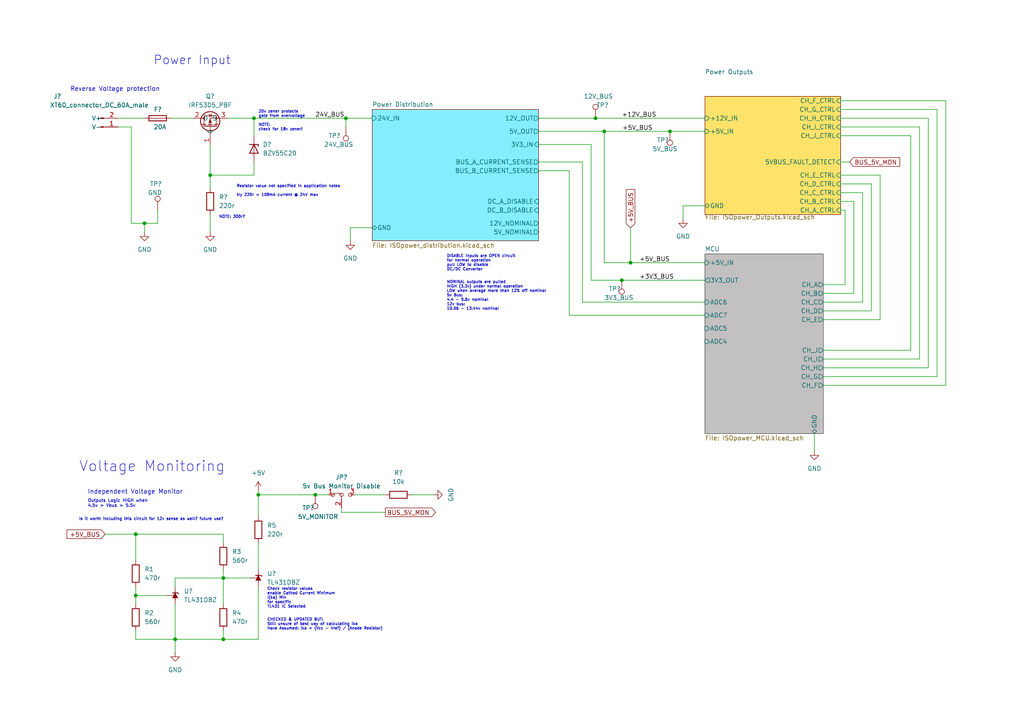
<source format=kicad_sch>
(kicad_sch (version 20211123) (generator eeschema)
  (paper "A4")
  (lib_symbols
    (symbol "000_Connectors_Immo:Jumper_3_Bridged12" (pin_names (offset 0) hide)
      (property "Reference" "JP" (at -2.54 -2.54 0))
      (property "Value" "Jumper_3_Bridged12" (at 0 2.794 0))
      (symbol "Jumper_3_Bridged12_0_0"
        (circle (center -2.54 0) (radius 0.508))
        (circle (center 0 0) (radius 0.508))
        (circle (center 2.54 0) (radius 0.508))
      )
      (symbol "Jumper_3_Bridged12_0_1"
        (arc (start 0 -0.0807) (mid -1.27 0.4699) (end -2.54 -0.0807))
        (polyline (pts (xy 0 -1.27) (xy 0 -0.508)))
      )
      (symbol "Jumper_3_Bridged12_1_1"
        (pin passive line (at -3.81 0 0) (length 1.27) (name "A") (number "1"))
        (pin input line (at 0 -3.81 90) (length 2.54) (name "C") (number "2"))
        (pin passive line (at 3.81 0 180) (length 1.27) (name "B") (number "3"))
      )
    )
    (symbol "000_Connectors_Immo:XT60_connector_DC_60A_male" (pin_names (offset 1.016))
      (property "Reference" "J?" (at 1.27 6.35 0))
      (property "Value" "XT60_connector_DC_60A_male" (at 8.89 -2.54 0))
      (symbol "XT60_connector_DC_60A_male_1_1"
        (polyline (pts (xy 1.27 -2.54) (xy 0.8636 -2.54)) (stroke (width 0.1524)))
        (polyline (pts (xy 1.27 0) (xy 0.8636 0)) (stroke (width 0.1524)))
        (rectangle (start 0.8636 -2.413) (end 0 -2.667) (stroke (width 0.1524)) (fill (type outline)))
        (rectangle (start 0.8636 0.127) (end 0 -0.127) (stroke (width 0.1524)) (fill (type outline)))
        (pin passive line (at 5.08 0 180) (length 3.81) (name "V-") (number "1"))
        (pin passive line (at 5.08 -2.54 180) (length 3.81) (name "V+") (number "2"))
      )
    )
    (symbol "000_MOSFET_Immo:IRF5305_PBF"
      (property "Reference" "Q?" (at 0 10.16 90))
      (property "Value" "IRF5305_PBF" (at 5.08 8.89 90))
      (symbol "IRF5305_PBF_0_1"
        (polyline (pts (xy 0.254 0) (xy -2.54 0)))
        (polyline (pts (xy 0.254 1.905) (xy 0.254 -1.905)) (stroke (width 0.254)))
        (polyline (pts (xy 0.762 -1.27) (xy 0.762 -2.286)) (stroke (width 0.254)))
        (polyline (pts (xy 0.762 0.508) (xy 0.762 -0.508)) (stroke (width 0.254)))
        (polyline (pts (xy 0.762 2.286) (xy 0.762 1.27)) (stroke (width 0.254)))
        (polyline (pts (xy 2.54 2.54) (xy 2.54 1.778)))
        (polyline (pts (xy 2.54 -2.54) (xy 2.54 0) (xy 0.762 0)))
        (polyline (pts (xy 0.762 1.778) (xy 3.302 1.778) (xy 3.302 -1.778) (xy 0.762 -1.778)))
        (polyline (pts (xy 2.286 0) (xy 1.27 0.381) (xy 1.27 -0.381) (xy 2.286 0)) (fill (type outline)))
        (polyline (pts (xy 2.794 -0.508) (xy 2.921 -0.381) (xy 3.683 -0.381) (xy 3.81 -0.254)))
        (polyline (pts (xy 3.302 -0.381) (xy 2.921 0.254) (xy 3.683 0.254) (xy 3.302 -0.381)))
        (circle (center 1.651 0) (radius 2.794) (stroke (width 0.254)))
        (circle (center 2.54 -1.778) (radius 0.254) (fill (type outline)))
        (circle (center 2.54 1.778) (radius 0.254) (fill (type outline)))
      )
      (symbol "IRF5305_PBF_1_1"
        (pin input line (at -5.08 0 0) (length 2.54) (name "G") (number "1"))
        (pin passive line (at 2.54 5.08 270) (length 2.54) (name "D") (number "2"))
        (pin passive line (at 2.54 -5.08 90) (length 2.54) (name "S") (number "3"))
      )
    )
    (symbol "000_Resistors_Immo:Resistor_0805" (pin_numbers hide) (pin_names (offset 0))
      (property "Reference" "R?" (at 2.54 1.2701 0))
      (property "Value" "Resistor_0805" (at 2.54 -1.2699 0))
      (symbol "Resistor_0805_0_1"
        (rectangle (start -1.016 -2.54) (end 1.016 2.54) (stroke (width 0.254)))
      )
      (symbol "Resistor_0805_1_1"
        (pin passive line (at 0 3.81 270) (length 1.27) (name "~") (number "1"))
        (pin passive line (at 0 -3.81 90) (length 1.27) (name "~") (number "2"))
      )
    )
    (symbol "000_protection_immo:Fuse" (pin_numbers hide) (pin_names (offset 0))
      (property "Reference" "F" (at 2.032 0 90))
      (property "Value" "Fuse" (at -1.905 0 90))
      (symbol "Fuse_0_1"
        (rectangle (start -0.762 -2.54) (end 0.762 2.54) (stroke (width 0.254)))
        (polyline (pts (xy 0 2.54) (xy 0 -2.54)))
      )
      (symbol "Fuse_1_1"
        (pin passive line (at 0 3.81 270) (length 1.27) (name "~") (number "1"))
        (pin passive line (at 0 -3.81 90) (length 1.27) (name "~") (number "2"))
      )
    )
    (symbol "Connector:TestPoint" (pin_numbers hide) (pin_names (offset 0.762) hide)
      (property "Reference" "TP" (at 0 6.858 0))
      (property "Value" "TestPoint" (at 0 5.08 0))
      (symbol "TestPoint_0_1"
        (circle (center 0 3.302) (radius 0.762))
      )
      (symbol "TestPoint_1_1"
        (pin passive line (at 0 0 90) (length 2.54) (name "1") (number "1"))
      )
    )
    (symbol "Diode:BZV55C20" (pin_numbers hide) (pin_names (offset 1.016) hide)
      (property "Reference" "D" (at 0 2.54 0))
      (property "Value" "BZV55C20" (at 0 -2.54 0))
      (symbol "BZV55C20_0_1"
        (polyline (pts (xy 1.27 0) (xy -1.27 0)))
        (polyline (pts (xy -1.27 -1.27) (xy -1.27 1.27) (xy -0.762 1.27)) (stroke (width 0.254)))
        (polyline (pts (xy 1.27 -1.27) (xy 1.27 1.27) (xy -1.27 0) (xy 1.27 -1.27)) (stroke (width 0.254)))
      )
      (symbol "BZV55C20_1_1"
        (pin passive line (at -3.81 0 0) (length 2.54) (name "K") (number "1"))
        (pin passive line (at 3.81 0 180) (length 2.54) (name "A") (number "2"))
      )
    )
    (symbol "Reference_Voltage:TL431DBZ" (pin_numbers hide) (pin_names hide)
      (property "Reference" "U" (at -2.54 2.54 0))
      (property "Value" "TL431DBZ" (at 0 -2.54 0))
      (symbol "TL431DBZ_0_1"
        (polyline (pts (xy -1.27 0) (xy 0 0) (xy 1.27 0)))
        (polyline (pts (xy -0.762 0.762) (xy 0.762 0) (xy -0.762 -0.762)) (fill (type outline)))
        (polyline (pts (xy 0.508 -1.016) (xy 0.762 -0.762) (xy 0.762 0.762) (xy 0.762 0.762)) (stroke (width 0.254)))
      )
      (symbol "TL431DBZ_1_1"
        (pin passive line (at 2.54 0 180) (length 2.54) (name "K") (number "1"))
        (pin passive line (at 0 2.54 270) (length 2.54) (name "REF") (number "2"))
        (pin passive line (at -2.54 0 0) (length 2.54) (name "A") (number "3"))
      )
    )
    (symbol "power:+5V" (power) (pin_names (offset 0))
      (property "Value" "+5V" (at 0 3.556 0))
      (symbol "+5V_0_1"
        (polyline (pts (xy -0.762 1.27) (xy 0 2.54)))
        (polyline (pts (xy 0 0) (xy 0 2.54)))
        (polyline (pts (xy 0 2.54) (xy 0.762 1.27)))
      )
      (symbol "+5V_1_1"
        (pin power_in line (at 0 0 90) (length 0) hide (name "+5V") (number "1"))
      )
    )
    (symbol "power:GND" (power) (pin_names (offset 0))
      (property "Value" "GND" (at 0 -3.81 0))
      (symbol "GND_0_1"
        (polyline (pts (xy 0 0) (xy 0 -1.27) (xy 1.27 -1.27) (xy 0 -2.54) (xy -1.27 -1.27) (xy 0 -1.27)))
      )
      (symbol "GND_1_1"
        (pin power_in line (at 0 0 270) (length 0) hide (name "GND") (number "1"))
      )
    )
  )
  (junction (at 182.88 76.2))
  (junction (at 91.44 143.51))
  (junction (at 39.37 154.94))
  (junction (at 41.91 64.77))
  (junction (at 74.93 143.51))
  (junction (at 100.33 34.29))
  (junction (at 175.26 38.1))
  (junction (at 172.72 34.29))
  (junction (at 50.8 185.42))
  (junction (at 39.37 172.72))
  (junction (at 180.34 81.28))
  (junction (at 60.96 50.8))
  (junction (at 194.31 38.1))
  (junction (at 64.77 185.42))
  (junction (at 73.66 34.29))
  (junction (at 64.77 167.64))
  (wire (pts (xy 238.76 109.22) (xy 271.78 109.22)))
  (wire (pts (xy 49.53 34.29) (xy 55.88 34.29)))
  (wire (pts (xy 252.73 90.17) (xy 252.73 53.34)))
  (wire (pts (xy 255.27 92.71) (xy 255.27 50.8)))
  (wire (pts (xy 204.47 76.2) (xy 182.88 76.2)))
  (wire (pts (xy 243.84 29.21) (xy 274.32 29.21)))
  (wire (pts (xy 198.12 63.5) (xy 198.12 59.69)))
  (wire (pts (xy 250.19 55.88) (xy 243.84 55.88)))
  (wire (pts (xy 238.76 92.71) (xy 255.27 92.71)))
  (wire (pts (xy 180.34 81.28) (xy 171.45 81.28)))
  (wire (pts (xy 194.31 38.1) (xy 204.47 38.1)))
  (wire (pts (xy 269.24 106.68) (xy 269.24 34.29)))
  (wire (pts (xy 156.21 49.53) (xy 165.1 49.53)))
  (wire (pts (xy 250.19 87.63) (xy 250.19 55.88)))
  (wire (pts (xy 165.1 49.53) (xy 165.1 91.44)))
  (wire (pts (xy 34.29 36.83) (xy 38.1 36.83)))
  (wire (pts (xy 73.66 46.99) (xy 73.66 50.8)))
  (wire (pts (xy 175.26 76.2) (xy 175.26 38.1)))
  (wire (pts (xy 101.6 66.04) (xy 107.95 66.04)))
  (wire (pts (xy 245.11 82.55) (xy 245.11 60.96)))
  (wire (pts (xy 247.65 85.09) (xy 247.65 58.42)))
  (wire (pts (xy 50.8 167.64) (xy 50.8 170.18)))
  (wire (pts (xy 74.93 143.51) (xy 91.44 143.51)))
  (wire (pts (xy 66.04 34.29) (xy 73.66 34.29)))
  (wire (pts (xy 101.6 69.85) (xy 101.6 66.04)))
  (wire (pts (xy 238.76 87.63) (xy 250.19 87.63)))
  (wire (pts (xy 100.33 34.29) (xy 100.33 36.83)))
  (wire (pts (xy 238.76 101.6) (xy 264.16 101.6)))
  (wire (pts (xy 60.96 62.23) (xy 60.96 67.31)))
  (wire (pts (xy 39.37 185.42) (xy 50.8 185.42)))
  (wire (pts (xy 243.84 46.99) (xy 246.38 46.99)))
  (wire (pts (xy 64.77 167.64) (xy 64.77 175.26)))
  (wire (pts (xy 171.45 81.28) (xy 171.45 41.91)))
  (wire (pts (xy 274.32 111.76) (xy 238.76 111.76)))
  (wire (pts (xy 74.93 142.24) (xy 74.93 143.51)))
  (wire (pts (xy 247.65 58.42) (xy 243.84 58.42)))
  (wire (pts (xy 243.84 60.96) (xy 245.11 60.96)))
  (wire (pts (xy 172.72 34.29) (xy 204.47 34.29)))
  (wire (pts (xy 50.8 185.42) (xy 50.8 189.23)))
  (wire (pts (xy 175.26 38.1) (xy 194.31 38.1)))
  (wire (pts (xy 74.93 157.48) (xy 74.93 165.1)))
  (wire (pts (xy 156.21 41.91) (xy 171.45 41.91)))
  (wire (pts (xy 60.96 50.8) (xy 60.96 54.61)))
  (wire (pts (xy 264.16 101.6) (xy 264.16 39.37)))
  (wire (pts (xy 39.37 154.94) (xy 39.37 162.56)))
  (wire (pts (xy 64.77 182.88) (xy 64.77 185.42)))
  (wire (pts (xy 74.93 143.51) (xy 74.93 149.86)))
  (wire (pts (xy 102.87 143.51) (xy 111.76 143.51)))
  (wire (pts (xy 39.37 172.72) (xy 39.37 175.26)))
  (wire (pts (xy 73.66 34.29) (xy 100.33 34.29)))
  (wire (pts (xy 266.7 36.83) (xy 243.84 36.83)))
  (wire (pts (xy 50.8 175.26) (xy 50.8 185.42)))
  (wire (pts (xy 266.7 104.14) (xy 266.7 36.83)))
  (wire (pts (xy 156.21 46.99) (xy 168.91 46.99)))
  (wire (pts (xy 38.1 36.83) (xy 38.1 64.77)))
  (wire (pts (xy 156.21 38.1) (xy 175.26 38.1)))
  (wire (pts (xy 39.37 182.88) (xy 39.37 185.42)))
  (wire (pts (xy 271.78 109.22) (xy 271.78 31.75)))
  (wire (pts (xy 156.21 34.29) (xy 172.72 34.29)))
  (wire (pts (xy 60.96 41.91) (xy 60.96 50.8)))
  (wire (pts (xy 99.06 148.59) (xy 99.06 147.32)))
  (wire (pts (xy 198.12 59.69) (xy 204.47 59.69)))
  (wire (pts (xy 45.72 60.96) (xy 45.72 64.77)))
  (wire (pts (xy 238.76 104.14) (xy 266.7 104.14)))
  (wire (pts (xy 45.72 64.77) (xy 41.91 64.77)))
  (wire (pts (xy 182.88 76.2) (xy 175.26 76.2)))
  (wire (pts (xy 64.77 157.48) (xy 64.77 154.94)))
  (wire (pts (xy 30.48 154.94) (xy 39.37 154.94)))
  (wire (pts (xy 182.88 66.04) (xy 182.88 76.2)))
  (wire (pts (xy 64.77 185.42) (xy 50.8 185.42)))
  (wire (pts (xy 39.37 172.72) (xy 48.26 172.72)))
  (wire (pts (xy 236.22 125.73) (xy 236.22 130.81)))
  (wire (pts (xy 255.27 50.8) (xy 243.84 50.8)))
  (wire (pts (xy 168.91 46.99) (xy 168.91 87.63)))
  (wire (pts (xy 64.77 167.64) (xy 50.8 167.64)))
  (wire (pts (xy 274.32 29.21) (xy 274.32 111.76)))
  (wire (pts (xy 243.84 34.29) (xy 269.24 34.29)))
  (wire (pts (xy 168.91 87.63) (xy 204.47 87.63)))
  (wire (pts (xy 64.77 167.64) (xy 72.39 167.64)))
  (wire (pts (xy 100.33 34.29) (xy 107.95 34.29)))
  (wire (pts (xy 91.44 143.51) (xy 95.25 143.51)))
  (wire (pts (xy 264.16 39.37) (xy 243.84 39.37)))
  (wire (pts (xy 165.1 91.44) (xy 204.47 91.44)))
  (wire (pts (xy 119.38 143.51) (xy 125.73 143.51)))
  (wire (pts (xy 73.66 50.8) (xy 60.96 50.8)))
  (wire (pts (xy 74.93 185.42) (xy 64.77 185.42)))
  (wire (pts (xy 39.37 170.18) (xy 39.37 172.72)))
  (wire (pts (xy 271.78 31.75) (xy 243.84 31.75)))
  (wire (pts (xy 41.91 64.77) (xy 38.1 64.77)))
  (wire (pts (xy 238.76 82.55) (xy 245.11 82.55)))
  (wire (pts (xy 252.73 90.17) (xy 238.76 90.17)))
  (wire (pts (xy 247.65 85.09) (xy 238.76 85.09)))
  (wire (pts (xy 73.66 34.29) (xy 73.66 39.37)))
  (wire (pts (xy 74.93 170.18) (xy 74.93 185.42)))
  (wire (pts (xy 238.76 106.68) (xy 269.24 106.68)))
  (wire (pts (xy 111.76 148.59) (xy 99.06 148.59)))
  (wire (pts (xy 64.77 165.1) (xy 64.77 167.64)))
  (wire (pts (xy 64.77 154.94) (xy 39.37 154.94)))
  (wire (pts (xy 252.73 53.34) (xy 243.84 53.34)))
  (wire (pts (xy 204.47 81.28) (xy 180.34 81.28)))
  (wire (pts (xy 41.91 64.77) (xy 41.91 67.31)))
  (wire (pts (xy 34.29 34.29) (xy 41.91 34.29)))
  (text "NOMINAL outputs are pulled\nHIGH (3.3v) under normal operation\nLOW when average more than 12% off nominal\n5v Bus:\n4.4 - 5.6v nominal\n12v bus:\n10.56 - 13.44v nominal\n\n\n" (at 129.54 92.71 0) (effects (font (size 0.8 0.8)) (justify left bottom)))
  (text "Resistor value not specified in application notes\n\ntry 220r = 108mA current @ 24V max" (at 68.58 57.15 0) (effects (font (size 0.8 0.8)) (justify left bottom)))
  (text "Reverse Voltage protection" (at 20.32 26.67 0) (effects (font (size 1.27 1.27)) (justify left bottom)))
  (text "Outputs Logic HIGH when\n4.5v > Vbus > 5.5v " (at 25.4 147.32 0) (effects (font (size 0.9 0.9)) (justify left bottom)))
  (text "Power Input" (at 44.45 19.05 0) (effects (font (size 2.5 2.5)) (justify left bottom)))
  (text "Is it worth including this circuit for 12v sense as well? future use?" (at 22.86 151.13 0) (effects (font (size 0.8 0.8)) (justify left bottom)))
  (text "Independent Voltage Monitor" (at 25.4 143.51 0) (effects (font (size 1.27 1.27)) (justify left bottom)))
  (text "Voltage Monitoring" (at 22.86 137.16 0) (effects (font (size 3 3)) (justify left bottom)))
  (text "DISABLE inputs are OPEN circuit \nfor normal operation\npull LOW to disable\nDC/DC Converter\n\n" (at 129.54 80.01 0) (effects (font (size 0.8 0.8)) (justify left bottom)))
  (text "Check resistor values\nenable Cathod Current Minimum\nI(ka) Min\nfor specific\nTL431 IC Selected" (at 77.47 176.53 0) (effects (font (size 0.8 0.8)) (justify left bottom)))
  (text "20v zener protects\ngate from overvoltage\n\nNOTE: \ncheck for 18v zener!" (at 74.93 38.1 0) (effects (font (size 0.8 0.8)) (justify left bottom)))
  (text "NOTE: 300r?\n " (at 63.5 64.77 0) (effects (font (size 0.8 0.8)) (justify left bottom)))
  (text "CHECKED & UPDATED BUT:\nStill unsure of best way of calculating Ika\nHave Assumed: Ika = (Vcc - Vref) / (Anode Resistor)" (at 77.47 182.88 0) (effects (font (size 0.8 0.8)) (justify left bottom)))
  (label "+12V_BUS" (at 180.34 34.29 0))
  (label "24V_BUS" (at 91.44 34.29 0))
  (label "+5V_BUS" (at 180.4597 38.1 0))
  (label "+5V_BUS" (at 185.42 76.2 0))
  (label "+3V3_BUS" (at 185.42 81.28 0))
  (global_label "BUS_5V_MON" (shape input) (at 246.38 46.99 0) (property "Intersheet References" "${INTERSHEET_REFS}" (effects hide)))
  (global_label "BUS_5V_MON" (shape output) (at 111.76 148.59 0) (property "Intersheet References" "${INTERSHEET_REFS}" (effects hide)))
  (global_label "+5V_BUS" (shape input) (at 30.48 154.94 180) (property "Intersheet References" "${INTERSHEET_REFS}" (effects hide)))
  (global_label "+5V_BUS" (shape input) (at 182.88 66.04 90) (property "Intersheet References" "${INTERSHEET_REFS}" (effects hide)))
  (symbol (lib_id "Connector:TestPoint") (at 100.33 36.83 180) (unit 1)
    (property "Reference" "TP?" (at 95.25 39.37 0) (effects (justify right)))
    (property "Value" "24V_BUS" (at 93.98 41.91 0) (effects (justify right)))
  )
  (symbol (lib_id "000_Resistors_Immo:Resistor_0805") (at 39.37 166.37 0) (unit 1)
    (property "Reference" "R1" (at 41.91 165.0999 0) (effects (justify left)))
    (property "Value" "470r" (at 41.91 167.6399 0) (effects (justify left)))
    (property "Footprint" "Resistor_SMD:R_0805_2012Metric_Pad1.20x1.40mm_HandSolder" (effects hide))
  )
  (symbol (lib_id "000_protection_immo:Fuse") (at 45.72 34.29 90) (unit 1)
    (property "Reference" "F?" (at 46.99 31.75 90) (effects (justify left)))
    (property "Value" "20A" (at 48.26 36.83 90) (effects (justify left)))
    (property "Footprint" "Fuse:Fuseholder_Cylinder-5x20mm_Stelvio-Kontek_PTF78_Horizontal_Open" (effects hide))
  )
  (symbol (lib_id "000_Resistors_Immo:Resistor_0805") (at 64.77 179.07 0) (unit 1)
    (property "Reference" "R4" (at 67.31 177.7999 0) (effects (justify left)))
    (property "Value" "470r" (at 67.31 180.3399 0) (effects (justify left)))
    (property "Footprint" "Resistor_SMD:R_0805_2012Metric_Pad1.20x1.40mm_HandSolder" (effects hide))
  )
  (symbol (lib_id "power:GND") (at 41.91 67.31 0) (unit 1)
    (property "Reference" "#PWR?" (effects hide))
    (property "Value" "GND" (at 41.91 72.39 0))
  )
  (symbol (lib_id "Connector:TestPoint") (at 180.34 81.28 180) (unit 1)
    (property "Reference" "TP?" (at 176.53 83.82 0) (effects (justify right)))
    (property "Value" "3V3_BUS" (at 175.26 86.36 0) (effects (justify right)))
  )
  (symbol (lib_id "000_Resistors_Immo:Resistor_0805") (at 64.77 161.29 0) (unit 1)
    (property "Reference" "R3" (at 67.31 160.0199 0) (effects (justify left)))
    (property "Value" "560r" (at 67.31 162.5599 0) (effects (justify left)))
    (property "Footprint" "Resistor_SMD:R_0805_2012Metric_Pad1.20x1.40mm_HandSolder" (effects hide))
  )
  (symbol (lib_id "Reference_Voltage:TL431DBZ") (at 50.8 172.72 90) (unit 1)
    (property "Reference" "U?" (at 53.34 171.4499 90) (effects (justify right)))
    (property "Value" "TL431DBZ" (at 53.34 173.9899 90) (effects (justify right)))
    (property "Footprint" "Package_TO_SOT_SMD:SOT-23" (effects hide))
    (property "Datasheet" "http://www.ti.com/lit/ds/symlink/tl431.pdf" (effects hide))
  )
  (symbol (lib_id "Connector:TestPoint") (at 91.44 143.51 180) (unit 1)
    (property "Reference" "TP?" (at 87.63 147.32 0) (effects (justify right)))
    (property "Value" "5V_MONITOR" (at 86.36 149.86 0) (effects (justify right)))
  )
  (symbol (lib_id "000_Connectors_Immo:XT60_connector_DC_60A_male") (at 29.21 36.83 0) (mirror x) (unit 1)
    (property "Reference" "J?" (at 17.78 27.94 0) (effects (justify right)))
    (property "Value" "XT60_connector_DC_60A_male" (at 43.18 30.48 0) (effects (justify right)))
  )
  (symbol (lib_id "000_Resistors_Immo:Resistor_0805") (at 115.57 143.51 90) (unit 1)
    (property "Reference" "R?" (at 115.57 137.16 90))
    (property "Value" "10k" (at 115.57 139.7 90))
    (property "Footprint" "Resistor_SMD:R_0805_2012Metric_Pad1.20x1.40mm_HandSolder" (effects hide))
  )
  (symbol (lib_id "Diode:BZV55C20") (at 73.66 43.18 270) (unit 1)
    (property "Reference" "D?" (at 76.2 41.9099 90) (effects (justify left)))
    (property "Value" "BZV55C20" (at 76.2 44.4499 90) (effects (justify left)))
    (property "Footprint" "Diode_SMD:D_MiniMELF" (effects hide))
    (property "Datasheet" "https://assets.nexperia.com/documents/data-sheet/BZV55_SER.pdf" (effects hide))
  )
  (symbol (lib_id "power:GND") (at 125.73 143.51 90) (unit 1)
    (property "Reference" "#PWR?" (effects hide))
    (property "Value" "GND" (at 130.81 143.51 0))
  )
  (symbol (lib_id "power:GND") (at 236.22 130.81 0) (unit 1)
    (property "Reference" "#PWR?" (effects hide))
    (property "Value" "GND" (at 236.22 135.89 0))
  )
  (symbol (lib_id "power:GND") (at 60.96 67.31 0) (unit 1)
    (property "Reference" "#PWR?" (effects hide))
    (property "Value" "GND" (at 60.96 72.39 0))
  )
  (symbol (lib_id "Reference_Voltage:TL431DBZ") (at 74.93 167.64 90) (unit 1)
    (property "Reference" "U?" (at 77.47 166.3699 90) (effects (justify right)))
    (property "Value" "TL431DBZ" (at 77.47 168.9099 90) (effects (justify right)))
    (property "Footprint" "Package_TO_SOT_SMD:SOT-23" (effects hide))
    (property "Datasheet" "http://www.ti.com/lit/ds/symlink/tl431.pdf" (effects hide))
  )
  (symbol (lib_id "power:+5V") (at 74.93 142.24 0) (unit 1)
    (property "Reference" "#PWR?" (effects hide))
    (property "Value" "+5V" (at 74.93 137.16 0))
  )
  (symbol (lib_id "000_Resistors_Immo:Resistor_0805") (at 74.93 153.67 0) (unit 1)
    (property "Reference" "R5" (at 77.47 152.3999 0) (effects (justify left)))
    (property "Value" "220r" (at 77.47 154.9399 0) (effects (justify left)))
    (property "Footprint" "Resistor_SMD:R_0805_2012Metric_Pad1.20x1.40mm_HandSolder" (effects hide))
  )
  (symbol (lib_id "Connector:TestPoint") (at 172.72 34.29 0) (unit 1)
    (property "Reference" "TP?" (at 176.53 30.48 0) (effects (justify right)))
    (property "Value" "12V_BUS" (at 177.8 27.94 0) (effects (justify right)))
  )
  (symbol (lib_id "000_MOSFET_Immo:IRF5305_PBF") (at 60.96 36.83 90) (unit 1)
    (property "Reference" "Q?" (at 60.96 27.94 90))
    (property "Value" "IRF5305_PBF" (at 60.96 30.48 90))
    (property "Footprint" "Package_TO_SOT_THT:TO-220-3_Vertical" (effects hide))
    (property "Datasheet" "http://www.infineon.com/dgdl/irf4905.pdf?fileId=5546d462533600a4015355e32165197c" (effects hide))
  )
  (symbol (lib_id "000_Connectors_Immo:Jumper_3_Bridged12") (at 99.06 143.51 0) (unit 1)
    (property "Reference" "JP?" (at 99.06 138.43 0))
    (property "Value" "5v Bus Monitor Disable" (at 99.06 140.97 0))
  )
  (symbol (lib_id "Connector:TestPoint") (at 194.31 38.1 180) (unit 1)
    (property "Reference" "TP?" (at 190.5 40.64 0) (effects (justify right)))
    (property "Value" "5V_BUS" (at 189.23 43.18 0) (effects (justify right)))
  )
  (symbol (lib_id "000_Resistors_Immo:Resistor_0805") (at 60.96 58.42 0) (unit 1)
    (property "Reference" "R?" (at 63.5 57.1499 0) (effects (justify left)))
    (property "Value" "220r" (at 63.5 59.6899 0) (effects (justify left)))
    (property "Footprint" "Resistor_SMD:R_0805_2012Metric_Pad1.20x1.40mm_HandSolder" (effects hide))
  )
  (symbol (lib_id "000_Resistors_Immo:Resistor_0805") (at 39.37 179.07 0) (unit 1)
    (property "Reference" "R2" (at 41.91 177.7999 0) (effects (justify left)))
    (property "Value" "560r" (at 41.91 180.3399 0) (effects (justify left)))
    (property "Footprint" "Resistor_SMD:R_0805_2012Metric_Pad1.20x1.40mm_HandSolder" (effects hide))
  )
  (symbol (lib_id "power:GND") (at 198.12 63.5 0) (unit 1)
    (property "Reference" "#PWR?" (effects hide))
    (property "Value" "GND" (at 198.12 68.58 0))
  )
  (symbol (lib_id "Connector:TestPoint") (at 45.72 60.96 0) (unit 1)
    (property "Reference" "TP?" (at 46.99 53.34 0) (effects (justify right)))
    (property "Value" "GND" (at 46.99 55.88 0) (effects (justify right)))
  )
  (symbol (lib_id "power:GND") (at 50.8 189.23 0) (unit 1)
    (property "Reference" "#PWR?" (effects hide))
    (property "Value" "GND" (at 50.8 194.31 0))
  )
  (symbol (lib_id "power:GND") (at 101.6 69.85 0) (unit 1)
    (property "Reference" "#PWR?" (effects hide))
    (property "Value" "GND" (at 101.6 74.93 0))
  )
  (sheet (at 107.95 31.75) (size 48.26 38.1) (stroke (width 0.1524)) (fill (color 132 238 255 1.0000))
    (property "Sheet name" "Power Distribution" (at 107.95 31.0384 0) (effects (justify left bottom)))
    (property "Sheet file" "ISOpower_distribution.kicad_sch" (at 107.95 70.4346 0) (effects (justify left top)))
    (pin "5V_NOMINAL" output (at 156.21 67.31 0))
    (pin "12V_NOMINAL" output (at 156.21 64.77 0))
    (pin "BUS_A_CURRENT_SENSE" output (at 156.21 46.99 0))
    (pin "BUS_B_CURRENT_SENSE" output (at 156.21 49.53 0))
    (pin "GND" bidirectional (at 107.95 66.04 180))
    (pin "DC_A_DISABLE" input (at 156.21 58.42 0))
    (pin "DC_B_DISABLE" input (at 156.21 60.96 0))
    (pin "3V3_IN" input (at 156.21 41.91 0))
    (pin "12V_OUT" output (at 156.21 34.29 0))
    (pin "5V_OUT" output (at 156.21 38.1 0))
    (pin "24V_IN" input (at 107.95 34.29 180))
  )
  (sheet (at 204.47 73.66) (size 34.29 52.07) (stroke (width 0.1524) (color 54 52 53 1)) (fill (color 194 192 192 1.0000))
    (property "Sheet name" "MCU" (at 204.47 72.9484 0) (effects (justify left bottom)))
    (property "Sheet file" "ISOpower_MCU.kicad_sch" (at 204.47 126.3146 0) (effects (justify left top)))
    (pin "+5V_IN" input (at 204.47 76.2 180))
    (pin "ADC7" input (at 204.47 91.44 180))
    (pin "ADC6" input (at 204.47 87.63 180))
    (pin "CH_B" output (at 238.76 85.09 0))
    (pin "CH_C" output (at 238.76 87.63 0))
    (pin "CH_A" output (at 238.76 82.55 0))
    (pin "CH_D" output (at 238.76 90.17 0))
    (pin "CH_E" output (at 238.76 92.71 0))
    (pin "GND" bidirectional (at 236.22 125.73 270))
    (pin "ADC5" input (at 204.47 95.25 180))
    (pin "ADC4" input (at 204.47 99.06 180))
    (pin "CH_J" output (at 238.76 101.6 0))
    (pin "CH_I" output (at 238.76 104.14 0))
    (pin "CH_F" output (at 238.76 111.76 0))
    (pin "CH_G" output (at 238.76 109.22 0))
    (pin "CH_H" output (at 238.76 106.68 0))
    (pin "3V3_OUT" output (at 204.47 81.28 180))
  )
  (sheet (at 204.47 27.94) (size 39.37 34.29) (stroke (width 0.1524)) (fill (color 255 226 105 1.0000))
    (property "Sheet name" "Power Outputs" (at 204.47 21.59 0) (effects (justify left bottom)))
    (property "Sheet file" "ISOpower_Outputs.kicad_sch" (at 204.47 62.23 0) (effects (justify left top)))
    (pin "CH_E_CTRL" input (at 243.84 50.8 0))
    (pin "CH_D_CTRL" input (at 243.84 53.34 0))
    (pin "5VBUS_FAULT_DETECT" input (at 243.84 46.99 0))
    (pin "CH_C_CTRL" input (at 243.84 55.88 0))
    (pin "+5V_IN" input (at 204.47 38.1 180))
    (pin "CH_A_CTRL" input (at 243.84 60.96 0))
    (pin "CH_B_CTRL" input (at 243.84 58.42 0))
    (pin "+12V_IN" input (at 204.47 34.29 180))
    (pin "GND" bidirectional (at 204.47 59.69 180))
    (pin "CH_I_CTRL" input (at 243.84 36.83 0))
    (pin "CH_J_CTRL" input (at 243.84 39.37 0))
    (pin "CH_F_CTRL" input (at 243.84 29.21 0))
    (pin "CH_G_CTRL" input (at 243.84 31.75 0))
    (pin "CH_H_CTRL" input (at 243.84 34.29 0))
  )
)
</source>
